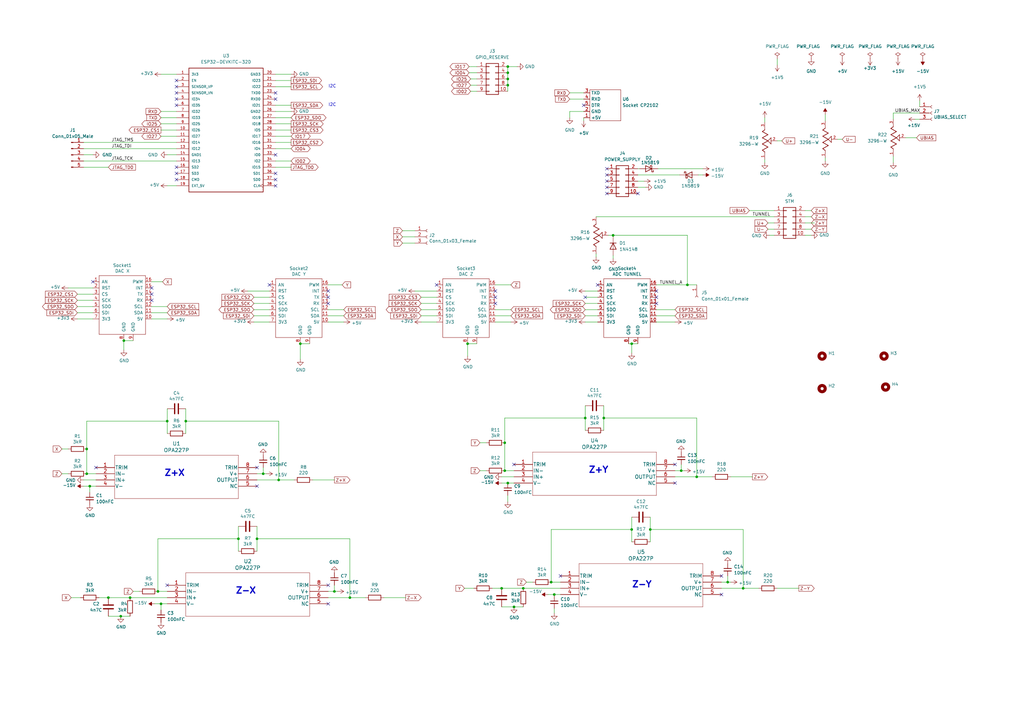
<source format=kicad_sch>
(kicad_sch (version 20231120) (generator "eeschema") (generator_version "8.0")
  (paper "A3")
  (title_block (title "RTM Adapterboard") (date "2023-01-13") (rev "2.2") (company "Universität Regensburg") (comment 1 "Peter Dirnhofer"))
  (junction (at 207.01 193.04))
  (junction (at 66.04 247.65))
  (junction (at 285.75 195.58))
  (junction (at 208.28 198.12))
  (junction (at 64.77 242.57))
  (junction (at 247.65 171.45))
  (junction (at 240.03 171.45))
  (junction (at 259.08 217.17))
  (junction (at 191.77 140.97))
  (junction (at 114.3 196.85))
  (junction (at 53.34 245.11))
  (junction (at 36.83 199.39))
  (junction (at 259.08 140.97))
  (junction (at 44.45 245.11))
  (junction (at 266.7 217.17))
  (junction (at 107.95 194.31))
  (junction (at 226.06 238.76))
  (junction (at 208.28 27.305))
  (junction (at 208.28 32.385))
  (junction (at 208.28 34.925))
  (junction (at 279.4 193.04))
  (junction (at 208.28 29.845))
  (junction (at 214.63 241.3))
  (junction (at 97.79 220.98))
  (junction (at 35.56 194.31))
  (junction (at 298.45 238.76))
  (junction (at 105.41 220.98))
  (junction (at 137.16 242.57))
  (junction (at 68.58 172.72))
  (junction (at 123.19 140.97))
  (junction (at 50.8 139.7))
  (junction (at 251.46 96.52))
  (junction (at 227.33 243.84))
  (junction (at 76.2 172.72))
  (junction (at 304.8 241.3))
  (junction (at 207.01 181.61))
  (junction (at 49.53 252.73))
  (junction (at 35.56 184.15))
  (junction (at 143.51 245.11))
  (junction (at 210.82 248.92))
  (junction (at 281.94 116.84))
  (junction (at 205.74 241.3))
  (no_connect (at 72.39 35.56))
  (no_connect (at 134.62 124.46))
  (no_connect (at 38.1 115.57))
  (no_connect (at 113.03 76.2))
  (no_connect (at 113.03 38.1))
  (no_connect (at 276.86 198.12))
  (no_connect (at 113.03 63.5))
  (no_connect (at 245.11 116.84))
  (no_connect (at 203.2 119.38))
  (no_connect (at 134.62 247.65))
  (no_connect (at 134.62 119.38))
  (no_connect (at 269.24 119.38))
  (no_connect (at 72.39 73.66))
  (no_connect (at 269.24 124.46))
  (no_connect (at 72.39 43.18))
  (no_connect (at 248.92 79.375))
  (no_connect (at 276.86 190.5))
  (no_connect (at 239.395 43.18))
  (no_connect (at 248.92 69.215))
  (no_connect (at 248.92 76.835))
  (no_connect (at 62.23 123.19))
  (no_connect (at 240.03 121.92))
  (no_connect (at 72.39 71.12))
  (no_connect (at 62.23 120.65))
  (no_connect (at 113.03 40.64))
  (no_connect (at 72.39 38.1))
  (no_connect (at 269.24 121.92))
  (no_connect (at 203.2 121.92))
  (no_connect (at 248.92 74.295))
  (no_connect (at 72.39 33.02))
  (no_connect (at 113.03 73.66))
  (no_connect (at 295.91 236.22))
  (no_connect (at 105.41 191.77))
  (no_connect (at 134.62 240.03))
  (no_connect (at 203.2 124.46))
  (no_connect (at 229.87 236.22))
  (no_connect (at 261.62 79.375))
  (no_connect (at 210.82 190.5))
  (no_connect (at 179.07 116.84))
  (no_connect (at 110.49 116.84))
  (no_connect (at 62.23 118.11))
  (no_connect (at 68.58 240.03))
  (no_connect (at 295.91 243.84))
  (no_connect (at 39.37 191.77))
  (no_connect (at 72.39 40.64))
  (no_connect (at 105.41 199.39))
  (no_connect (at 134.62 121.92))
  (no_connect (at 248.92 71.755))
  (no_connect (at 72.39 68.58))
  (no_connect (at 113.03 71.12))
  (wire (pts (xy 38.1 130.81) (xy 31.75 130.81)))
  (wire (pts (xy 66.04 53.34) (xy 72.39 53.34)))
  (wire (pts (xy 113.03 53.34) (xy 119.38 53.34)))
  (wire (pts (xy 240.03 171.45) (xy 240.03 176.53)))
  (wire (pts (xy 34.29 58.42) (xy 72.39 58.42)))
  (wire (pts (xy 57.15 242.57) (xy 54.61 242.57)))
  (wire (pts (xy 285.75 171.45) (xy 285.75 195.58)))
  (wire (pts (xy 285.75 195.58) (xy 292.1 195.58)))
  (wire (pts (xy 314.96 93.98) (xy 317.5 93.98)))
  (wire (pts (xy 54.61 139.7) (xy 50.8 139.7)))
  (wire (pts (xy 203.2 127) (xy 209.55 127)))
  (wire (pts (xy 113.03 58.42) (xy 119.38 58.42)))
  (wire (pts (xy 179.07 121.92) (xy 172.72 121.92)))
  (wire (pts (xy 199.39 181.61) (xy 196.85 181.61)))
  (wire (pts (xy 113.03 66.04) (xy 119.38 66.04)))
  (wire (pts (xy 226.06 238.76) (xy 229.87 238.76)))
  (wire (pts (xy 114.3 172.72) (xy 114.3 196.85)))
  (wire (pts (xy 36.83 199.39) (xy 36.83 201.93)))
  (wire (pts (xy 38.1 123.19) (xy 31.75 123.19)))
  (wire (pts (xy 208.28 27.305) (xy 212.09 27.305)))
  (wire (pts (xy 343.535 57.15) (xy 345.44 57.15)))
  (wire (pts (xy 269.875 69.215) (xy 288.29 69.215)))
  (wire (pts (xy 227.33 243.84) (xy 229.87 243.84)))
  (wire (pts (xy 245.11 129.54) (xy 240.03 129.54)))
  (wire (pts (xy 123.19 140.97) (xy 123.19 147.32)))
  (wire (pts (xy 233.68 45.72) (xy 239.395 45.72)))
  (wire (pts (xy 330.2 88.9) (xy 332.74 88.9)))
  (wire (pts (xy 224.79 243.84) (xy 227.33 243.84)))
  (wire (pts (xy 137.16 240.03) (xy 137.16 242.57)))
  (wire (pts (xy 218.44 238.76) (xy 215.9 238.76)))
  (wire (pts (xy 208.28 198.12) (xy 210.82 198.12)))
  (wire (pts (xy 44.45 245.11) (xy 40.64 245.11)))
  (wire (pts (xy 194.31 241.3) (xy 190.5 241.3)))
  (wire (pts (xy 157.48 245.11) (xy 166.37 245.11)))
  (wire (pts (xy 261.62 74.295) (xy 264.16 74.295)))
  (wire (pts (xy 76.2 172.72) (xy 76.2 177.8)))
  (wire (pts (xy 313.69 48.26) (xy 313.69 50.165)))
  (wire (pts (xy 27.94 118.11) (xy 38.1 118.11)))
  (wire (pts (xy 34.29 68.58) (xy 44.45 68.58)))
  (wire (pts (xy 110.49 121.92) (xy 104.14 121.92)))
  (wire (pts (xy 76.2 167.64) (xy 76.2 172.72)))
  (wire (pts (xy 269.24 132.08) (xy 276.86 132.08)))
  (wire (pts (xy 214.63 241.3) (xy 205.74 241.3)))
  (wire (pts (xy 313.69 65.405) (xy 313.69 66.675)))
  (wire (pts (xy 366.395 46.355) (xy 366.395 48.895)))
  (wire (pts (xy 338.455 46.99) (xy 338.455 49.53)))
  (wire (pts (xy 34.29 60.96) (xy 72.39 60.96)))
  (wire (pts (xy 170.18 119.38) (xy 179.07 119.38)))
  (wire (pts (xy 245.11 132.08) (xy 240.03 132.08)))
  (wire (pts (xy 276.86 195.58) (xy 285.75 195.58)))
  (wire (pts (xy 233.68 38.1) (xy 239.395 38.1)))
  (wire (pts (xy 247.65 166.37) (xy 247.65 171.45)))
  (wire (pts (xy 66.04 247.65) (xy 66.04 250.19)))
  (wire (pts (xy 39.37 196.85) (xy 34.29 196.85)))
  (wire (pts (xy 64.77 242.57) (xy 68.58 242.57)))
  (wire (pts (xy 107.95 191.77) (xy 107.95 194.31)))
  (wire (pts (xy 298.45 238.76) (xy 299.72 238.76)))
  (wire (pts (xy 113.03 33.02) (xy 119.38 33.02)))
  (wire (pts (xy 66.04 55.88) (xy 72.39 55.88)))
  (wire (pts (xy 276.86 193.04) (xy 279.4 193.04)))
  (wire (pts (xy 62.23 128.27) (xy 68.58 128.27)))
  (wire (pts (xy 35.56 194.31) (xy 39.37 194.31)))
  (wire (pts (xy 68.58 172.72) (xy 35.56 172.72)))
  (wire (pts (xy 227.33 249.555) (xy 227.33 251.46)))
  (wire (pts (xy 269.24 127) (xy 276.86 127)))
  (wire (pts (xy 205.74 198.12) (xy 208.28 198.12)))
  (wire (pts (xy 97.79 220.98) (xy 97.79 226.06)))
  (wire (pts (xy 101.6 119.38) (xy 110.49 119.38)))
  (wire (pts (xy 318.77 24.13) (xy 318.77 26.67)))
  (wire (pts (xy 193.04 37.465) (xy 195.58 37.465)))
  (wire (pts (xy 247.65 171.45) (xy 285.75 171.45)))
  (wire (pts (xy 68.58 63.5) (xy 72.39 63.5)))
  (wire (pts (xy 266.7 217.17) (xy 266.7 222.25)))
  (wire (pts (xy 330.2 91.44) (xy 334.01 91.44)))
  (wire (pts (xy 38.1 120.65) (xy 31.75 120.65)))
  (wire (pts (xy 170.18 94.615) (xy 165.1 94.615)))
  (wire (pts (xy 68.58 76.2) (xy 72.39 76.2)))
  (wire (pts (xy 33.02 245.11) (xy 29.21 245.11)))
  (wire (pts (xy 105.41 220.98) (xy 143.51 220.98)))
  (wire (pts (xy 318.77 57.785) (xy 320.675 57.785)))
  (wire (pts (xy 105.41 196.85) (xy 114.3 196.85)))
  (wire (pts (xy 295.91 241.3) (xy 304.8 241.3)))
  (wire (pts (xy 261.62 140.97) (xy 259.08 140.97)))
  (wire (pts (xy 66.04 48.26) (xy 72.39 48.26)))
  (wire (pts (xy 68.58 245.11) (xy 53.34 245.11)))
  (wire (pts (xy 97.79 215.9) (xy 97.79 220.98)))
  (wire (pts (xy 36.83 199.39) (xy 39.37 199.39)))
  (wire (pts (xy 318.77 241.3) (xy 327.66 241.3)))
  (wire (pts (xy 38.1 128.27) (xy 31.75 128.27)))
  (wire (pts (xy 105.41 194.31) (xy 107.95 194.31)))
  (wire (pts (xy 170.18 97.155) (xy 165.1 97.155)))
  (wire (pts (xy 249.555 96.52) (xy 251.46 96.52)))
  (wire (pts (xy 113.03 50.8) (xy 119.38 50.8)))
  (wire (pts (xy 251.46 96.52) (xy 281.94 96.52)))
  (wire (pts (xy 314.96 91.44) (xy 317.5 91.44)))
  (wire (pts (xy 35.56 184.15) (xy 35.56 194.31)))
  (wire (pts (xy 286.385 71.755) (xy 288.29 71.755)))
  (wire (pts (xy 330.2 96.52) (xy 332.74 96.52)))
  (wire (pts (xy 105.41 220.98) (xy 105.41 226.06)))
  (wire (pts (xy 191.77 140.97) (xy 191.77 146.05)))
  (wire (pts (xy 134.62 132.08) (xy 140.97 132.08)))
  (wire (pts (xy 104.14 127) (xy 110.49 127)))
  (wire (pts (xy 281.94 116.84) (xy 285.75 116.84)))
  (wire (pts (xy 281.94 116.84) (xy 269.24 116.84)))
  (wire (pts (xy 203.2 129.54) (xy 209.55 129.54)))
  (wire (pts (xy 134.62 116.84) (xy 140.335 116.84)))
  (wire (pts (xy 227.33 243.84) (xy 227.33 244.475)))
  (wire (pts (xy 279.4 190.5) (xy 279.4 193.04)))
  (wire (pts (xy 208.28 27.305) (xy 208.28 29.845)))
  (wire (pts (xy 208.28 32.385) (xy 208.28 34.925)))
  (wire (pts (xy 245.11 121.92) (xy 240.03 121.92)))
  (wire (pts (xy 76.2 172.72) (xy 114.3 172.72)))
  (wire (pts (xy 64.77 220.98) (xy 64.77 242.57)))
  (wire (pts (xy 251.46 104.775) (xy 251.46 106.045)))
  (wire (pts (xy 66.04 247.65) (xy 68.58 247.65)))
  (wire (pts (xy 251.46 96.52) (xy 251.46 97.155)))
  (wire (pts (xy 229.87 241.3) (xy 214.63 241.3)))
  (wire (pts (xy 53.34 245.11) (xy 44.45 245.11)))
  (wire (pts (xy 110.49 129.54) (xy 104.14 129.54)))
  (wire (pts (xy 338.455 64.77) (xy 338.455 66.04)))
  (wire (pts (xy 240.03 171.45) (xy 207.01 171.45)))
  (wire (pts (xy 259.08 212.09) (xy 259.08 217.17)))
  (wire (pts (xy 207.01 193.04) (xy 210.82 193.04)))
  (wire (pts (xy 110.49 132.08) (xy 104.14 132.08)))
  (wire (pts (xy 247.65 171.45) (xy 247.65 176.53)))
  (wire (pts (xy 304.8 217.17) (xy 304.8 241.3)))
  (wire (pts (xy 113.03 48.26) (xy 119.38 48.26)))
  (wire (pts (xy 269.24 129.54) (xy 276.86 129.54)))
  (wire (pts (xy 63.5 247.65) (xy 66.04 247.65)))
  (wire (pts (xy 210.82 195.58) (xy 205.74 195.58)))
  (wire (pts (xy 27.94 194.31) (xy 25.4 194.31)))
  (wire (pts (xy 257.81 140.97) (xy 259.08 140.97)))
  (wire (pts (xy 49.53 252.73) (xy 53.34 252.73)))
  (wire (pts (xy 330.2 86.36) (xy 332.74 86.36)))
  (wire (pts (xy 281.94 96.52) (xy 281.94 116.84)))
  (wire (pts (xy 233.68 48.26) (xy 233.68 45.72)))
  (wire (pts (xy 307.34 86.36) (xy 317.5 86.36)))
  (wire (pts (xy 192.405 27.305) (xy 195.58 27.305)))
  (wire (pts (xy 261.62 69.215) (xy 262.255 69.215)))
  (wire (pts (xy 226.06 217.17) (xy 226.06 238.76)))
  (wire (pts (xy 233.68 40.64) (xy 239.395 40.64)))
  (wire (pts (xy 261.62 76.835) (xy 264.795 76.835)))
  (wire (pts (xy 244.475 88.9) (xy 317.5 88.9)))
  (wire (pts (xy 208.28 29.845) (xy 208.28 32.385)))
  (wire (pts (xy 195.58 140.97) (xy 191.77 140.97)))
  (wire (pts (xy 97.79 220.98) (xy 64.77 220.98)))
  (wire (pts (xy 193.04 32.385) (xy 195.58 32.385)))
  (wire (pts (xy 143.51 245.11) (xy 149.86 245.11)))
  (wire (pts (xy 245.11 127) (xy 240.03 127)))
  (wire (pts (xy 259.08 217.17) (xy 259.08 222.25)))
  (wire (pts (xy 114.3 196.85) (xy 120.65 196.85)))
  (wire (pts (xy 371.475 56.515) (xy 375.92 56.515)))
  (wire (pts (xy 207.01 181.61) (xy 207.01 193.04)))
  (wire (pts (xy 107.95 194.31) (xy 109.22 194.31)))
  (wire (pts (xy 208.28 34.925) (xy 208.28 37.465)))
  (wire (pts (xy 377.19 46.355) (xy 366.395 46.355)))
  (wire (pts (xy 239.395 48.26) (xy 239.395 49.53)))
  (wire (pts (xy 113.03 55.88) (xy 119.38 55.88)))
  (wire (pts (xy 304.8 241.3) (xy 311.15 241.3)))
  (wire (pts (xy 50.8 139.7) (xy 50.8 143.51)))
  (wire (pts (xy 127 140.97) (xy 123.19 140.97)))
  (wire (pts (xy 244.475 104.14) (xy 244.475 105.41)))
  (wire (pts (xy 193.04 34.925) (xy 195.58 34.925)))
  (wire (pts (xy 66.04 30.48) (xy 72.39 30.48)))
  (wire (pts (xy 366.395 64.135) (xy 366.395 66.675)))
  (wire (pts (xy 34.29 66.04) (xy 72.39 66.04)))
  (wire (pts (xy 279.4 193.04) (xy 280.67 193.04)))
  (wire (pts (xy 134.62 129.54) (xy 140.97 129.54)))
  (wire (pts (xy 259.08 217.17) (xy 226.06 217.17)))
  (wire (pts (xy 240.03 119.38) (xy 245.11 119.38)))
  (wire (pts (xy 208.28 203.2) (xy 208.28 205.74)))
  (wire (pts (xy 245.11 124.46) (xy 240.03 124.46)))
  (wire (pts (xy 170.18 99.695) (xy 165.1 99.695)))
  (wire (pts (xy 210.82 248.92) (xy 214.63 248.92)))
  (wire (pts (xy 38.1 125.73) (xy 31.75 125.73)))
  (wire (pts (xy 134.62 242.57) (xy 137.16 242.57)))
  (wire (pts (xy 199.39 193.04) (xy 196.85 193.04)))
  (wire (pts (xy 44.45 252.73) (xy 49.53 252.73)))
  (wire (pts (xy 34.29 63.5) (xy 38.1 63.5)))
  (wire (pts (xy 377.19 41.275) (xy 377.19 43.815)))
  (wire (pts (xy 113.03 30.48) (xy 119.38 30.48)))
  (wire (pts (xy 298.45 236.22) (xy 298.45 238.76)))
  (wire (pts (xy 62.23 115.57) (xy 66.675 115.57)))
  (wire (pts (xy 205.74 248.92) (xy 210.82 248.92)))
  (wire (pts (xy 179.07 132.08) (xy 172.72 132.08)))
  (wire (pts (xy 295.91 238.76) (xy 298.45 238.76)))
  (wire (pts (xy 179.07 129.54) (xy 172.72 129.54)))
  (wire (pts (xy 134.62 245.11) (xy 143.51 245.11)))
  (wire (pts (xy 68.58 167.64) (xy 68.58 172.72)))
  (wire (pts (xy 330.2 93.98) (xy 332.74 93.98)))
  (wire (pts (xy 261.62 71.755) (xy 278.765 71.755)))
  (wire (pts (xy 192.405 29.845) (xy 195.58 29.845)))
  (wire (pts (xy 27.94 184.15) (xy 25.4 184.15)))
  (wire (pts (xy 375.285 48.895) (xy 377.19 48.895)))
  (wire (pts (xy 207.01 171.45) (xy 207.01 181.61)))
  (wire (pts (xy 203.2 132.08) (xy 209.55 132.08)))
  (wire (pts (xy 315.595 96.52) (xy 317.5 96.52)))
  (wire (pts (xy 299.72 195.58) (xy 308.61 195.58)))
  (wire (pts (xy 35.56 172.72) (xy 35.56 184.15)))
  (wire (pts (xy 259.08 140.97) (xy 259.08 144.78)))
  (wire (pts (xy 62.23 125.73) (xy 68.58 125.73)))
  (wire (pts (xy 62.23 130.81) (xy 68.58 130.81)))
  (wire (pts (xy 203.2 116.84) (xy 209.55 116.84)))
  (wire (pts (xy 179.07 124.46) (xy 172.72 124.46)))
  (wire (pts (xy 113.03 43.18) (xy 119.38 43.18)))
  (wire (pts (xy 34.29 199.39) (xy 36.83 199.39)))
  (wire (pts (xy 110.49 124.46) (xy 104.14 124.46)))
  (wire (pts (xy 240.03 166.37) (xy 240.03 171.45)))
  (wire (pts (xy 68.58 172.72) (xy 68.58 177.8)))
  (wire (pts (xy 205.74 241.3) (xy 201.93 241.3)))
  (wire (pts (xy 137.16 242.57) (xy 138.43 242.57)))
  (wire (pts (xy 113.03 60.96) (xy 119.38 60.96)))
  (wire (pts (xy 113.03 45.72) (xy 119.38 45.72)))
  (wire (pts (xy 179.07 127) (xy 172.72 127)))
  (wire (pts (xy 66.04 50.8) (xy 72.39 50.8)))
  (wire (pts (xy 113.03 68.58) (xy 119.38 68.58)))
  (wire (pts (xy 105.41 215.9) (xy 105.41 220.98)))
  (wire (pts (xy 66.04 45.72) (xy 72.39 45.72)))
  (wire (pts (xy 266.7 217.17) (xy 304.8 217.17)))
  (wire (pts (xy 266.7 212.09) (xy 266.7 217.17)))
  (wire (pts (xy 128.27 196.85) (xy 137.16 196.85)))
  (wire (pts (xy 113.03 35.56) (xy 119.38 35.56)))
  (wire (pts (xy 134.62 127) (xy 140.97 127)))
  (wire (pts (xy 143.51 220.98) (xy 143.51 245.11)))
  (text "I2C" (at 134.62 36.195 0) (effects (font (size 1.27 1.27)) (justify left bottom)))
  (text "Z-Y" (at 259.08 241.3 0) (effects (font (size 2.54 2.54) (thickness 0.508) (bold yes)) (justify left bottom)))
  (text "I2C" (at 134.62 43.815 0) (effects (font (size 1.27 1.27)) (justify left bottom)))
  (text "Z-X" (at 96.52 243.84 0) (effects (font (size 2.54 2.54) (thickness 0.508) (bold yes)) (justify left bottom)))
  (text "Z+X" (at 67.31 195.58 0) (effects (font (size 2.54 2.54) (thickness 0.508) (bold yes)) (justify left bottom)))
  (text "Z+Y\n" (at 241.3 194.31 0) (effects (font (size 2.54 2.54) (thickness 0.508) (bold yes)) (justify left bottom)))
  (label "TUNNEL" (at 308.61 88.9 0))
  (label "JTAG_TMS" (at 45.72 58.42 0))
  (label "JTAG_TDI" (at 45.72 60.96 0))
  (label "TUNNEL_A" (at 270.51 116.84 0))
  (label "JTAG_TCK" (at 45.72 66.04 0))
  (label "UBIAS_MAX" (at 367.03 46.355 0))
  (global_label "ESP32_SCK" (shape input) (at 240.03 124.46 180) (property "Intersheetrefs" "${INTERSHEET_REFS}" (effects (hide yes))))
  (global_label "Y" (shape input) (at 196.85 181.61 180) (property "Intersheetrefs" "${INTERSHEET_REFS}" (effects (hide yes))))
  (global_label "IO02" (shape bidirectional) (at 193.04 37.465 180) (property "Intersheetrefs" "${INTERSHEET_REFS}" (effects (hide yes))))
  (global_label "ESP32_SDI" (shape input) (at 104.14 129.54 180) (property "Intersheetrefs" "${INTERSHEET_REFS}" (effects (hide yes))))
  (global_label "ESP32_SDO" (shape tri_state) (at 104.14 127 180) (property "Intersheetrefs" "${INTERSHEET_REFS}" (effects (hide yes))))
  (global_label "Y" (shape input) (at 190.5 241.3 180) (property "Intersheetrefs" "${INTERSHEET_REFS}" (effects (hide yes))))
  (global_label "Z" (shape input) (at 209.55 116.84 0) (property "Intersheetrefs" "${INTERSHEET_REFS}" (effects (hide yes))))
  (global_label "TXD" (shape input) (at 233.68 40.64 180) (property "Intersheetrefs" "${INTERSHEET_REFS}" (effects (hide yes))))
  (global_label "ESP32_SCL" (shape input) (at 140.97 127 0) (property "Intersheetrefs" "${INTERSHEET_REFS}" (effects (hide yes))))
  (global_label "ESP32_SCK" (shape output) (at 119.38 50.8 0) (property "Intersheetrefs" "${INTERSHEET_REFS}" (effects (hide yes))))
  (global_label "Z-Y" (shape input) (at 332.74 93.98 0) (property "Intersheetrefs" "${INTERSHEET_REFS}" (effects (hide yes))))
  (global_label "JTAG_TD0" (shape output) (at 119.38 68.58 0) (property "Intersheetrefs" "${INTERSHEET_REFS}" (effects (hide yes))))
  (global_label "ESP32_SCK" (shape input) (at 31.75 123.19 180) (property "Intersheetrefs" "${INTERSHEET_REFS}" (effects (hide yes))))
  (global_label "UBIAS" (shape input) (at 307.34 86.36 180) (property "Intersheetrefs" "${INTERSHEET_REFS}" (effects (hide yes))))
  (global_label "ESP32_SCL" (shape input) (at 276.86 127 0) (property "Intersheetrefs" "${INTERSHEET_REFS}" (effects (hide yes))))
  (global_label "Y" (shape input) (at 165.1 99.695 180) (property "Intersheetrefs" "${INTERSHEET_REFS}" (effects (hide yes))))
  (global_label "ESP32_CS2" (shape output) (at 119.38 58.42 0) (property "Intersheetrefs" "${INTERSHEET_REFS}" (effects (hide yes))))
  (global_label "X" (shape input) (at 66.675 115.57 0) (property "Intersheetrefs" "${INTERSHEET_REFS}" (effects (hide yes))))
  (global_label "ESP32_SDA" (shape input) (at 209.55 129.54 0) (property "Intersheetrefs" "${INTERSHEET_REFS}" (effects (hide yes))))
  (global_label "ESP32_SDI" (shape input) (at 172.72 129.54 180) (property "Intersheetrefs" "${INTERSHEET_REFS}" (effects (hide yes))))
  (global_label "RXD" (shape input) (at 66.04 45.72 180) (property "Intersheetrefs" "${INTERSHEET_REFS}" (effects (hide yes))))
  (global_label "ESP32_SDO" (shape tri_state) (at 31.75 125.73 180) (property "Intersheetrefs" "${INTERSHEET_REFS}" (effects (hide yes))))
  (global_label "TXD" (shape input) (at 66.04 48.26 180) (property "Intersheetrefs" "${INTERSHEET_REFS}" (effects (hide yes))))
  (global_label "RXD" (shape input) (at 233.68 38.1 180) (property "Intersheetrefs" "${INTERSHEET_REFS}" (effects (hide yes))))
  (global_label "Z" (shape input) (at 54.61 242.57 180) (property "Intersheetrefs" "${INTERSHEET_REFS}" (effects (hide yes))))
  (global_label "ESP32_SDO" (shape bidirectional) (at 172.72 127 180) (property "Intersheetrefs" "${INTERSHEET_REFS}" (effects (hide yes))))
  (global_label "Z+Y" (shape output) (at 308.61 195.58 0) (property "Intersheetrefs" "${INTERSHEET_REFS}" (effects (hide yes))))
  (global_label "Z" (shape input) (at 215.9 238.76 180) (property "Intersheetrefs" "${INTERSHEET_REFS}" (effects (hide yes))))
  (global_label "UBIAS" (shape input) (at 375.92 56.515 0) (property "Intersheetrefs" "${INTERSHEET_REFS}" (effects (hide yes))))
  (global_label "ESP32_SCL" (shape input) (at 68.58 125.73 0) (property "Intersheetrefs" "${INTERSHEET_REFS}" (effects (hide yes))))
  (global_label "ESP32_SDI" (shape input) (at 240.03 129.54 180) (property "Intersheetrefs" "${INTERSHEET_REFS}" (effects (hide yes))))
  (global_label "ESP32_CS1" (shape output) (at 66.04 53.34 180) (property "Intersheetrefs" "${INTERSHEET_REFS}" (effects (hide yes))))
  (global_label "ESP32_SDO" (shape tri_state) (at 240.03 127 180) (property "Intersheetrefs" "${INTERSHEET_REFS}" (effects (hide yes))))
  (global_label "ESP32_CS3" (shape output) (at 119.38 53.34 0) (property "Intersheetrefs" "${INTERSHEET_REFS}" (effects (hide yes))))
  (global_label "X" (shape input) (at 165.1 97.155 180) (property "Intersheetrefs" "${INTERSHEET_REFS}" (effects (hide yes))))
  (global_label "Z" (shape input) (at 196.85 193.04 180) (property "Intersheetrefs" "${INTERSHEET_REFS}" (effects (hide yes))))
  (global_label "ESP32_SCK" (shape input) (at 104.14 124.46 180) (property "Intersheetrefs" "${INTERSHEET_REFS}" (effects (hide yes))))
  (global_label "ESP32_SDA" (shape input) (at 140.97 129.54 0) (property "Intersheetrefs" "${INTERSHEET_REFS}" (effects (hide yes))))
  (global_label "U+" (shape input) (at 314.96 91.44 180) (property "Intersheetrefs" "${INTERSHEET_REFS}" (effects (hide yes))))
  (global_label "U+" (shape input) (at 320.675 57.785 0) (property "Intersheetrefs" "${INTERSHEET_REFS}" (effects (hide yes))))
  (global_label "ESP32_CS2" (shape input) (at 104.14 121.92 180) (property "Intersheetrefs" "${INTERSHEET_REFS}" (effects (hide yes))))
  (global_label "IO25" (shape bidirectional) (at 193.04 32.385 180) (property "Intersheetrefs" "${INTERSHEET_REFS}" (effects (hide yes))))
  (global_label "Z" (shape input) (at 25.4 194.31 180) (property "Intersheetrefs" "${INTERSHEET_REFS}" (effects (hide yes))))
  (global_label "ESP32_SDI" (shape input) (at 31.75 128.27 180) (property "Intersheetrefs" "${INTERSHEET_REFS}" (effects (hide yes))))
  (global_label "Z-X" (shape input) (at 332.74 88.9 0) (property "Intersheetrefs" "${INTERSHEET_REFS}" (effects (hide yes))))
  (global_label "Z+X" (shape output) (at 137.16 196.85 0) (property "Intersheetrefs" "${INTERSHEET_REFS}" (effects (hide yes))))
  (global_label "IO27" (shape bidirectional) (at 66.04 55.88 180) (property "Intersheetrefs" "${INTERSHEET_REFS}" (effects (hide yes))))
  (global_label "Z+Y" (shape input) (at 332.74 91.44 0) (property "Intersheetrefs" "${INTERSHEET_REFS}" (effects (hide yes))))
  (global_label "Z" (shape input) (at 165.1 94.615 180) (property "Intersheetrefs" "${INTERSHEET_REFS}" (effects (hide yes))))
  (global_label "X" (shape input) (at 25.4 184.15 180) (property "Intersheetrefs" "${INTERSHEET_REFS}" (effects (hide yes))))
  (global_label "ESP32_SDO" (shape bidirectional) (at 119.38 48.26 0) (property "Intersheetrefs" "${INTERSHEET_REFS}" (effects (hide yes))))
  (global_label "ESP32_SCK" (shape input) (at 172.72 124.46 180) (property "Intersheetrefs" "${INTERSHEET_REFS}" (effects (hide yes))))
  (global_label "U-" (shape input) (at 345.44 57.15 0) (property "Intersheetrefs" "${INTERSHEET_REFS}" (effects (hide yes))))
  (global_label "IO04" (shape bidirectional) (at 192.405 29.845 180) (property "Intersheetrefs" "${INTERSHEET_REFS}" (effects (hide yes))))
  (global_label "IO25" (shape bidirectional) (at 66.04 50.8 180) (property "Intersheetrefs" "${INTERSHEET_REFS}" (effects (hide yes))))
  (global_label "IO17" (shape bidirectional) (at 192.405 27.305 180) (property "Intersheetrefs" "${INTERSHEET_REFS}" (effects (hide yes))))
  (global_label "ESP32_SDI" (shape output) (at 119.38 33.02 0) (property "Intersheetrefs" "${INTERSHEET_REFS}" (effects (hide yes))))
  (global_label "JTAG_TD0" (shape input) (at 44.45 68.58 0) (property "Intersheetrefs" "${INTERSHEET_REFS}" (effects (hide yes))))
  (global_label "ESP32_CS3" (shape input) (at 172.72 121.92 180) (property "Intersheetrefs" "${INTERSHEET_REFS}" (effects (hide yes))))
  (global_label "ESP32_SCL" (shape output) (at 119.38 35.56 0) (property "Intersheetrefs" "${INTERSHEET_REFS}" (effects (hide yes))))
  (global_label "Y" (shape input) (at 140.335 116.84 0) (property "Intersheetrefs" "${INTERSHEET_REFS}" (effects (hide yes))))
  (global_label "ESP32_SDA" (shape input) (at 68.58 128.27 0) (property "Intersheetrefs" "${INTERSHEET_REFS}" (effects (hide yes))))
  (global_label "ESP32_SCL" (shape input) (at 209.55 127 0) (property "Intersheetrefs" "${INTERSHEET_REFS}" (effects (hide yes))))
  (global_label "IO27" (shape bidirectional) (at 193.04 34.925 180) (property "Intersheetrefs" "${INTERSHEET_REFS}" (effects (hide yes))))
  (global_label "IO02" (shape bidirectional) (at 119.38 66.04 0) (property "Intersheetrefs" "${INTERSHEET_REFS}" (effects (hide yes))))
  (global_label "ESP32_CS1" (shape input) (at 31.75 120.65 180) (property "Intersheetrefs" "${INTERSHEET_REFS}" (effects (hide yes))))
  (global_label "U-" (shape input) (at 314.96 93.98 180) (property "Intersheetrefs" "${INTERSHEET_REFS}" (effects (hide yes))))
  (global_label "IO04" (shape bidirectional) (at 119.38 60.96 0) (property "Intersheetrefs" "${INTERSHEET_REFS}" (effects (hide yes))))
  (global_label "Z+X" (shape input) (at 332.74 86.36 0) (property "Intersheetrefs" "${INTERSHEET_REFS}" (effects (hide yes))))
  (global_label "Z-X" (shape output) (at 166.37 245.11 0) (property "Intersheetrefs" "${INTERSHEET_REFS}" (effects (hide yes))))
  (global_label "Z-Y" (shape output) (at 327.66 241.3 0) (property "Intersheetrefs" "${INTERSHEET_REFS}" (effects (hide yes))))
  (global_label "ESP32_SDA" (shape output) (at 119.38 43.18 0) (property "Intersheetrefs" "${INTERSHEET_REFS}" (effects (hide yes))))
  (global_label "X" (shape input) (at 29.21 245.11 180) (property "Intersheetrefs" "${INTERSHEET_REFS}" (effects (hide yes))))
  (global_label "IO17" (shape bidirectional) (at 119.38 55.88 0) (property "Intersheetrefs" "${INTERSHEET_REFS}" (effects (hide yes))))
  (global_label "ESP32_SDA" (shape input) (at 276.86 129.54 0) (property "Intersheetrefs" "${INTERSHEET_REFS}" (effects (hide yes))))
  (symbol (lib_name "Mikroe-Socket_2") (lib_id "mikroe:Mikroe-Socket") (at 50.8 118.11 0) (unit 1)
    (property "Reference" "Socket1" (at 50.165 108.839 0))
    (property "Value" "DAC X" (at 50.165 111.1504 0))
    (property "Footprint" "Mikroe:Mikroe_Socket" (effects (hide yes)))
  )
  (symbol (lib_id "power:GND") (at 50.8 143.51 0) (unit 1)
    (property "Reference" "#PWR08" (effects (hide yes)))
    (property "Value" "GND" (at 50.927 147.9042 0))
  )
  (symbol (lib_id "power:+5V") (at 68.58 130.81 270) (unit 1)
    (property "Reference" "#PWR014" (effects (hide yes)))
    (property "Value" "+5V" (at 71.8312 131.191 90) (effects (justify left)))
  )
  (symbol (lib_id "power:+3V3") (at 31.75 130.81 90) (unit 1)
    (property "Reference" "#PWR02" (effects (hide yes)))
    (property "Value" "+3V3" (at 28.4988 130.429 90) (effects (justify left)))
  )
  (symbol (lib_name "Mikroe-Socket_3") (lib_id "mikroe:Mikroe-Socket") (at 123.19 119.38 0) (unit 1)
    (property "Reference" "Socket2" (at 122.555 110.109 0))
    (property "Value" "DAC Y" (at 122.555 112.4204 0))
    (property "Footprint" "Mikroe:Mikroe_Socket" (effects (hide yes)))
  )
  (symbol (lib_id "power:GND") (at 123.19 147.32 0) (unit 1)
    (property "Reference" "#PWR021" (effects (hide yes)))
    (property "Value" "GND" (at 123.317 151.7142 0))
  )
  (symbol (lib_id "power:+5V") (at 140.97 132.08 270) (unit 1)
    (property "Reference" "#PWR024" (effects (hide yes)))
    (property "Value" "+5V" (at 144.2212 132.461 90) (effects (justify left)))
  )
  (symbol (lib_id "power:+3V3") (at 104.14 132.08 90) (unit 1)
    (property "Reference" "#PWR016" (effects (hide yes)))
    (property "Value" "+3V3" (at 100.8888 131.699 90) (effects (justify left)))
  )
  (symbol (lib_name "Mikroe-Socket_1") (lib_id "mikroe:Mikroe-Socket") (at 191.77 119.38 0) (unit 1)
    (property "Reference" "Socket3" (at 191.135 110.109 0))
    (property "Value" "DAC Z" (at 191.135 112.4204 0))
    (property "Footprint" "Mikroe:Mikroe_Socket" (effects (hide yes)))
  )
  (symbol (lib_id "power:GND") (at 191.77 146.05 0) (unit 1)
    (property "Reference" "#PWR027" (effects (hide yes)))
    (property "Value" "GND" (at 191.897 150.4442 0))
  )
  (symbol (lib_id "power:+5V") (at 209.55 132.08 270) (unit 1)
    (property "Reference" "#PWR031" (effects (hide yes)))
    (property "Value" "+5V" (at 212.8012 132.461 90) (effects (justify left)))
  )
  (symbol (lib_id "power:+3V3") (at 172.72 132.08 90) (unit 1)
    (property "Reference" "#PWR026" (effects (hide yes)))
    (property "Value" "+3V3" (at 169.4688 131.699 90) (effects (justify left)))
  )
  (symbol (lib_id "mikroe:Mikroe-Socket") (at 257.81 119.38 0) (unit 1)
    (property "Reference" "Socket4" (at 257.175 110.109 0))
    (property "Value" "ADC TUNNEL" (at 257.175 112.4204 0))
    (property "Footprint" "Mikroe:Mikroe_Socket" (effects (hide yes)))
  )
  (symbol (lib_id "power:GND") (at 259.08 144.78 0) (unit 1)
    (property "Reference" "#PWR042" (effects (hide yes)))
    (property "Value" "GND" (at 259.207 149.1742 0))
  )
  (symbol (lib_id "power:+5V") (at 276.86 132.08 270) (unit 1)
    (property "Reference" "#PWR045" (effects (hide yes)))
    (property "Value" "+5V" (at 280.1112 132.461 90) (effects (justify left)))
  )
  (symbol (lib_id "power:+3V3") (at 240.03 132.08 90) (unit 1)
    (property "Reference" "#PWR039" (effects (hide yes)))
    (property "Value" "+3V3" (at 236.7788 131.699 90) (effects (justify left)))
  )
  (symbol (lib_id "power:+3V3") (at 66.04 30.48 90) (unit 1)
    (property "Reference" "#PWR010" (effects (hide yes)))
    (property "Value" "+3V3" (at 62.7888 30.099 90) (effects (justify left)))
  )
  (symbol (lib_id "2021-02-17_21-09-42:OPA227P") (at 39.37 191.77 0) (unit 1)
    (property "Reference" "U1" (at 72.39 181.9402 0) (effects (font (size 1.524 1.524))))
    (property "Value" "OPA227P" (at 72.39 184.6326 0) (effects (font (size 1.524 1.524))))
    (property "Footprint" "Package_DIP:DIP-8_W7.62mm_LongPads" (effects (hide yes)))
  )
  (symbol (lib_id "power:+15V") (at 109.22 194.31 270) (unit 1)
    (property "Reference" "#PWR018" (effects (hide yes)))
    (property "Value" "+15V" (at 112.4712 194.691 90) (effects (justify left)))
  )
  (symbol (lib_id "power:-15V") (at 34.29 199.39 90) (unit 1)
    (property "Reference" "#PWR04" (effects (hide yes)))
    (property "Value" "-15V" (at 31.0388 199.009 90) (effects (justify left)))
  )
  (symbol (lib_id "Device:R") (at 124.46 196.85 270) (unit 1)
    (property "Reference" "R8" (at 124.46 191.5922 90))
    (property "Value" "220" (at 124.46 193.9036 90))
    (property "Footprint" "Resistor_THT:R_Axial_DIN0207_L6.3mm_D2.5mm_P10.16mm_Horizontal" (effects (hide yes)))
  )
  (symbol (lib_id "Device:R") (at 72.39 177.8 270) (unit 1)
    (property "Reference" "R6" (at 72.39 172.5422 90))
    (property "Value" "3kR" (at 72.39 174.8536 90))
    (property "Footprint" "Resistor_THT:R_Axial_DIN0207_L6.3mm_D2.5mm_P10.16mm_Horizontal" (effects (hide yes)))
  )
  (symbol (lib_id "Device:C") (at 72.39 167.64 270) (unit 1)
    (property "Reference" "C4" (at 72.39 161.2392 90))
    (property "Value" "4n7FC" (at 72.39 163.5506 90))
    (property "Footprint" "Capacitor_THT:C_Disc_D5.0mm_W2.5mm_P2.50mm" (effects (hide yes)))
  )
  (symbol (lib_id "power:GND") (at 107.95 186.69 180) (unit 1)
    (property "Reference" "#PWR017" (effects (hide yes)))
    (property "Value" "GND" (at 107.823 182.2958 0))
  )
  (symbol (lib_id "power:GND") (at 36.83 207.01 0) (unit 1)
    (property "Reference" "#PWR05" (effects (hide yes)))
    (property "Value" "GND" (at 36.957 211.4042 0))
  )
  (symbol (lib_id "Device:R") (at 31.75 194.31 270) (unit 1)
    (property "Reference" "R2" (at 31.75 189.0522 90))
    (property "Value" "3kR" (at 31.75 191.3636 90))
    (property "Footprint" "Resistor_THT:R_Axial_DIN0207_L6.3mm_D2.5mm_P10.16mm_Horizontal" (effects (hide yes)))
  )
  (symbol (lib_id "2021-02-17_21-09-42:OPA227P") (at 210.82 190.5 0) (unit 1)
    (property "Reference" "U4" (at 243.84 180.6702 0) (effects (font (size 1.524 1.524))))
    (property "Value" "OPA227P" (at 243.84 183.3626 0) (effects (font (size 1.524 1.524))))
    (property "Footprint" "Package_DIP:DIP-8_W7.62mm_LongPads" (effects (hide yes)))
  )
  (symbol (lib_id "power:+15V") (at 280.67 193.04 270) (unit 1)
    (property "Reference" "#PWR047" (effects (hide yes)))
    (property "Value" "+15V" (at 283.9212 193.421 90) (effects (justify left)))
  )
  (symbol (lib_id "power:-15V") (at 205.74 198.12 90) (unit 1)
    (property "Reference" "#PWR029" (effects (hide yes)))
    (property "Value" "-15V" (at 202.4888 197.739 90) (effects (justify left)))
  )
  (symbol (lib_id "Device:R") (at 243.84 176.53 270) (unit 1)
    (property "Reference" "R15" (at 243.84 171.2722 90))
    (property "Value" "3kR" (at 243.84 173.5836 90))
    (property "Footprint" "Resistor_THT:R_Axial_DIN0207_L6.3mm_D2.5mm_P10.16mm_Horizontal" (effects (hide yes)))
  )
  (symbol (lib_id "Device:C") (at 243.84 166.37 270) (unit 1)
    (property "Reference" "C11" (at 243.84 159.9692 90))
    (property "Value" "4n7FC" (at 243.84 162.2806 90))
    (property "Footprint" "Capacitor_THT:C_Disc_D5.0mm_W2.5mm_P2.50mm" (effects (hide yes)))
  )
  (symbol (lib_id "power:GND") (at 279.4 185.42 180) (unit 1)
    (property "Reference" "#PWR046" (effects (hide yes)))
    (property "Value" "GND" (at 279.273 181.0258 0))
  )
  (symbol (lib_id "power:GND") (at 208.28 205.74 0) (unit 1)
    (property "Reference" "#PWR030" (effects (hide yes)))
    (property "Value" "GND" (at 208.407 210.1342 0))
  )
  (symbol (lib_id "Device:R") (at 203.2 193.04 270) (unit 1)
    (property "Reference" "R12" (at 203.2 187.7822 90))
    (property "Value" "3kR" (at 203.2 190.0936 90))
    (property "Footprint" "Resistor_THT:R_Axial_DIN0207_L6.3mm_D2.5mm_P10.16mm_Horizontal" (effects (hide yes)))
  )
  (symbol (lib_id "Device:R") (at 295.91 195.58 270) (unit 1)
    (property "Reference" "R18" (at 295.91 190.3222 90))
    (property "Value" "220" (at 295.91 192.6336 90))
    (property "Footprint" "Resistor_THT:R_Axial_DIN0207_L6.3mm_D2.5mm_P10.16mm_Horizontal" (effects (hide yes)))
  )
  (symbol (lib_name "OPA227P_1") (lib_id "2021-02-17_21-09-42:OPA227P") (at 68.58 240.03 0) (unit 1)
    (property "Reference" "U2" (at 101.6 230.2002 0) (effects (font (size 1.524 1.524))))
    (property "Value" "OPA227P" (at 101.6 232.8926 0) (effects (font (size 1.524 1.524))))
    (property "Footprint" "Package_DIP:DIP-8_W7.62mm_LongPads" (effects (hide yes)))
  )
  (symbol (lib_id "power:+15V") (at 138.43 242.57 270) (unit 1)
    (property "Reference" "#PWR023" (effects (hide yes)))
    (property "Value" "+15V" (at 141.6812 242.951 90) (effects (justify left)))
  )
  (symbol (lib_id "power:-15V") (at 63.5 247.65 90) (unit 1)
    (property "Reference" "#PWR09" (effects (hide yes)))
    (property "Value" "-15V" (at 60.2488 247.269 90) (effects (justify left)))
  )
  (symbol (lib_id "Device:R") (at 101.6 226.06 270) (unit 1)
    (property "Reference" "R7" (at 101.6 220.8022 90))
    (property "Value" "3kR" (at 101.6 223.1136 90))
    (property "Footprint" "Resistor_THT:R_Axial_DIN0207_L6.3mm_D2.5mm_P10.16mm_Horizontal" (effects (hide yes)))
  )
  (symbol (lib_id "Device:C") (at 101.6 215.9 270) (unit 1)
    (property "Reference" "C5" (at 101.6 209.4992 90))
    (property "Value" "4n7FC" (at 101.6 211.8106 90))
    (property "Footprint" "Capacitor_THT:C_Disc_D5.0mm_W2.5mm_P2.50mm" (effects (hide yes)))
  )
  (symbol (lib_id "power:GND") (at 137.16 234.95 180) (unit 1)
    (property "Reference" "#PWR022" (effects (hide yes)))
    (property "Value" "GND" (at 137.033 230.5558 0))
  )
  (symbol (lib_id "power:GND") (at 66.04 255.27 0) (unit 1)
    (property "Reference" "#PWR011" (effects (hide yes)))
    (property "Value" "GND" (at 66.167 259.6642 0))
  )
  (symbol (lib_id "Device:R") (at 60.96 242.57 270) (unit 1)
    (property "Reference" "R5" (at 60.96 237.3122 90))
    (property "Value" "3kR" (at 60.96 239.6236 90))
    (property "Footprint" "Resistor_THT:R_Axial_DIN0207_L6.3mm_D2.5mm_P10.16mm_Horizontal" (effects (hide yes)))
  )
  (symbol (lib_id "Device:R") (at 153.67 245.11 270) (unit 1)
    (property "Reference" "R9" (at 153.67 239.8522 90))
    (property "Value" "220" (at 153.67 242.1636 90))
    (property "Footprint" "Resistor_THT:R_Axial_DIN0207_L6.3mm_D2.5mm_P10.16mm_Horizontal" (effects (hide yes)))
  )
  (symbol (lib_id "2021-02-17_21-09-42:OPA227P") (at 229.87 236.22 0) (unit 1)
    (property "Reference" "U5" (at 262.89 226.3902 0) (effects (font (size 1.524 1.524))))
    (property "Value" "OPA227P" (at 262.89 229.0826 0) (effects (font (size 1.524 1.524))))
    (property "Footprint" "Package_DIP:DIP-8_W7.62mm_LongPads" (effects (hide yes)))
  )
  (symbol (lib_id "power:+15V") (at 299.72 238.76 270) (unit 1)
    (property "Reference" "#PWR051" (effects (hide yes)))
    (property "Value" "+15V" (at 302.9712 239.141 90) (effects (justify left)))
  )
  (symbol (lib_id "power:-15V") (at 224.79 243.84 90) (unit 1)
    (property "Reference" "#PWR034" (effects (hide yes)))
    (property "Value" "-15V" (at 222.25 242.57 90) (effects (justify left)))
  )
  (symbol (lib_id "Device:R") (at 262.89 222.25 270) (unit 1)
    (property "Reference" "R17" (at 262.89 216.9922 90))
    (property "Value" "3kR" (at 262.89 219.3036 90))
    (property "Footprint" "Resistor_THT:R_Axial_DIN0207_L6.3mm_D2.5mm_P10.16mm_Horizontal" (effects (hide yes)))
  )
  (symbol (lib_id "Device:C") (at 262.89 212.09 270) (unit 1)
    (property "Reference" "C12" (at 262.89 205.6892 90))
    (property "Value" "4n7FC" (at 262.89 208.0006 90))
    (property "Footprint" "Capacitor_THT:C_Disc_D5.0mm_W2.5mm_P2.50mm" (effects (hide yes)))
  )
  (symbol (lib_id "power:GND") (at 298.45 231.14 180) (unit 1)
    (property "Reference" "#PWR050" (effects (hide yes)))
    (property "Value" "GND" (at 298.323 226.7458 0))
  )
  (symbol (lib_id "power:GND") (at 227.33 251.46 0) (unit 1)
    (property "Reference" "#PWR035" (effects (hide yes)))
    (property "Value" "GND" (at 227.457 255.8542 0))
  )
  (symbol (lib_id "Device:R") (at 222.25 238.76 270) (unit 1)
    (property "Reference" "R14" (at 222.25 233.5022 90))
    (property "Value" "3kR" (at 222.25 235.8136 90))
    (property "Footprint" "Resistor_THT:R_Axial_DIN0207_L6.3mm_D2.5mm_P10.16mm_Horizontal" (effects (hide yes)))
  )
  (symbol (lib_id "Device:R") (at 314.96 241.3 270) (unit 1)
    (property "Reference" "R20" (at 314.96 236.0422 90))
    (property "Value" "220" (at 314.96 238.3536 90))
    (property "Footprint" "Resistor_THT:R_Axial_DIN0207_L6.3mm_D2.5mm_P10.16mm_Horizontal" (effects (hide yes)))
  )
  (symbol (lib_id "Device:R") (at 31.75 184.15 270) (unit 1)
    (property "Reference" "R1" (at 31.75 178.8922 90))
    (property "Value" "3kR" (at 31.75 181.2036 90))
    (property "Footprint" "Resistor_THT:R_Axial_DIN0207_L6.3mm_D2.5mm_P10.16mm_Horizontal" (effects (hide yes)))
  )
  (symbol (lib_id "power:GND") (at 34.29 196.85 270) (unit 1)
    (property "Reference" "#PWR03" (effects (hide yes)))
    (property "Value" "GND" (at 31.0388 196.977 90) (effects (justify right)))
  )
  (symbol (lib_id "power:GND") (at 205.74 195.58 270) (unit 1)
    (property "Reference" "#PWR028" (effects (hide yes)))
    (property "Value" "GND" (at 202.4888 195.707 90) (effects (justify right)))
  )
  (symbol (lib_id "Device:R") (at 203.2 181.61 270) (unit 1)
    (property "Reference" "R11" (at 203.2 176.3522 90))
    (property "Value" "3kR" (at 203.2 178.6636 90))
    (property "Footprint" "Resistor_THT:R_Axial_DIN0207_L6.3mm_D2.5mm_P10.16mm_Horizontal" (effects (hide yes)))
  )
  (symbol (lib_id "Device:R") (at 214.63 245.11 0) (unit 1)
    (property "Reference" "R13" (at 209.55 243.84 0) (effects (justify left)))
    (property "Value" "3kR" (at 209.55 246.38 0) (effects (justify left)))
    (property "Footprint" "Resistor_THT:R_Axial_DIN0207_L6.3mm_D2.5mm_P10.16mm_Horizontal" (effects (hide yes)))
  )
  (symbol (lib_id "Device:C") (at 205.74 245.11 0) (unit 1)
    (property "Reference" "C8" (at 199.39 245.11 0) (effects (justify left)))
    (property "Value" "4n7C" (at 198.12 247.65 0) (effects (justify left)))
    (property "Footprint" "Capacitor_THT:C_Disc_D5.0mm_W2.5mm_P2.50mm" (effects (hide yes)))
  )
  (symbol (lib_id "Device:R") (at 198.12 241.3 270) (unit 1)
    (property "Reference" "R10" (at 198.12 236.0422 90))
    (property "Value" "3kR" (at 198.12 238.3536 90))
    (property "Footprint" "Resistor_THT:R_Axial_DIN0207_L6.3mm_D2.5mm_P10.16mm_Horizontal" (effects (hide yes)))
  )
  (symbol (lib_id "power:GND") (at 210.82 248.92 0) (unit 1)
    (property "Reference" "#PWR032" (effects (hide yes)))
    (property "Value" "GND" (at 210.947 253.3142 0))
  )
  (symbol (lib_id "Device:R") (at 53.34 248.92 0) (unit 1)
    (property "Reference" "R4" (at 49.53 247.65 0) (effects (justify left)))
    (property "Value" "3kR" (at 48.26 250.19 0) (effects (justify left)))
    (property "Footprint" "Resistor_THT:R_Axial_DIN0207_L6.3mm_D2.5mm_P10.16mm_Horizontal" (effects (hide yes)))
  )
  (symbol (lib_id "Device:C") (at 44.45 248.92 0) (unit 1)
    (property "Reference" "C2" (at 38.1 247.65 0) (effects (justify left)))
    (property "Value" "4n7C" (at 36.83 250.19 0) (effects (justify left)))
    (property "Footprint" "Capacitor_THT:C_Disc_D5.0mm_W2.5mm_P2.50mm" (effects (hide yes)))
  )
  (symbol (lib_id "Device:R") (at 36.83 245.11 270) (unit 1)
    (property "Reference" "R3" (at 36.83 239.8522 90))
    (property "Value" "3kR" (at 36.83 242.1636 90))
    (property "Footprint" "Resistor_THT:R_Axial_DIN0207_L6.3mm_D2.5mm_P10.16mm_Horizontal" (effects (hide yes)))
  )
  (symbol (lib_id "power:GND") (at 49.53 252.73 0) (unit 1)
    (property "Reference" "#PWR07" (effects (hide yes)))
    (property "Value" "GND" (at 49.657 257.1242 0))
  )
  (symbol (lib_id "Connector:Conn_01x03_Female") (at 175.26 97.155 0) (unit 1)
    (property "Reference" "J2" (at 175.9712 96.4946 0) (effects (justify left)))
    (property "Value" "Conn_01x03_Female" (at 175.9712 98.806 0) (effects (justify left)))
    (property "Footprint" "Connector_PinSocket_2.54mm:PinSocket_1x03_P2.54mm_Vertical" (effects (hide yes)))
  )
  (symbol (lib_id "Mechanical:MountingHole") (at 337.185 146.05 0) (unit 1)
    (property "Reference" "H1" (at 339.725 144.8816 0) (effects (justify left)))
    (property "Footprint" "MountingHole:MountingHole_3.2mm_M3" (effects (hide yes)))
  )
  (symbol (lib_id "Mechanical:MountingHole") (at 362.585 146.05 0) (unit 1)
    (property "Reference" "H3" (at 365.125 144.8816 0) (effects (justify left)))
    (property "Footprint" "MountingHole:MountingHole_3.2mm_M3" (effects (hide yes)))
  )
  (symbol (lib_id "Mechanical:MountingHole") (at 337.185 159.385 0) (unit 1)
    (property "Reference" "H2" (at 339.725 158.2166 0) (effects (justify left)))
    (property "Footprint" "MountingHole:MountingHole_3.2mm_M3" (effects (hide yes)))
  )
  (symbol (lib_id "Diode:1N4148") (at 251.46 100.965 270) (unit 1)
    (property "Reference" "D1" (at 254 99.6949 90) (effects (justify left)))
    (property "Value" "1N4148" (at 254 102.2349 90) (effects (justify left)))
    (property "Footprint" "Diode_THT:D_DO-35_SOD27_P7.62mm_Horizontal" (effects (hide yes)))
    (property "Datasheet" "https://assets.nexperia.com/documents/data-sheet/1N4148_1N4448.pdf" (effects (hide yes)))
  )
  (symbol (lib_id "power:+1V5") (at 264.16 74.295 270) (unit 1)
    (property "Reference" "#PWR043" (effects (hide yes)))
    (property "Value" "+1V5" (at 267.97 74.2949 90) (effects (justify left)))
  )
  (symbol (lib_name "Conn_02x05_Odd_Even_1") (lib_id "Connector_Generic:Conn_02x05_Odd_Even") (at 322.58 91.44 0) (unit 1)
    (property "Reference" "J6" (at 323.85 80.01 0))
    (property "Value" "STM" (at 323.85 82.55 0))
    (property "Footprint" "Connector_PinHeader_2.54mm:PinHeader_2x05_P2.54mm_Vertical" (effects (hide yes)))
  )
  (symbol (lib_id "power:GND") (at 244.475 105.41 0) (unit 1)
    (property "Reference" "#PWR040" (effects (hide yes)))
    (property "Value" "GND" (at 244.602 109.8042 0))
  )
  (symbol (lib_id "Device:C_Small") (at 298.45 233.68 0) (unit 1)
    (property "Reference" "C14" (at 300.99 232.4162 0) (effects (justify left)))
    (property "Value" "100nFC" (at 300.99 234.9562 0) (effects (justify left)))
    (property "Footprint" "Capacitor_THT:C_Disc_D5.0mm_W2.5mm_P2.50mm" (effects (hide yes)))
  )
  (symbol (lib_id "power:GND") (at 212.09 27.305 90) (unit 1)
    (property "Reference" "#PWR033" (effects (hide yes)))
    (property "Value" "GND" (at 215.265 27.3049 90) (effects (justify right)))
  )
  (symbol (lib_id "power:+15V") (at 375.285 48.895 90) (unit 1)
    (property "Reference" "#PWR064" (effects (hide yes)))
    (property "Value" "+15V" (at 372.11 51.435 90) (effects (justify right)))
  )
  (symbol (lib_id "3296-W:3296-W") (at 338.455 57.15 90) (unit 1)
    (property "Reference" "R21" (at 335.915 55.8799 90) (effects (justify left)))
    (property "Value" "3296-W" (at 335.915 58.4199 90) (effects (justify left)))
    (property "Footprint" "Potentiometer_THT:Potentiometer_Bourns_3296W_Vertical" (effects (hide yes)))
    (property "STANDARD" "IPC-7351B" (effects (hide yes)))
    (property "MAXIMUM_PACKAGE_HEIGHT" "11.55mm" (effects (hide yes)))
    (property "PARTREV" "08/19" (effects (hide yes)))
    (property "MANUFACTURER" "Bourns" (effects (hide yes)))
  )
  (symbol (lib_id "power:PWR_FLAG") (at 356.87 24.13 0) (unit 1)
    (property "Reference" "#FLG04" (effects (hide yes)))
    (property "Value" "PWR_FLAG" (at 356.87 19.05 0))
  )
  (symbol (lib_id "Device:C_Small") (at 66.04 252.73 0) (unit 1)
    (property "Reference" "C3" (at 68.58 251.4662 0) (effects (justify left)))
    (property "Value" "100nFC" (at 68.58 254.0062 0) (effects (justify left)))
    (property "Footprint" "Capacitor_THT:C_Disc_D5.0mm_W2.5mm_P2.50mm" (effects (hide yes)))
  )
  (symbol (lib_id "power:+5V") (at 68.58 76.2 90) (unit 1)
    (property "Reference" "#PWR013" (effects (hide yes)))
    (property "Value" "+5V" (at 65.3288 75.819 90) (effects (justify left)))
  )
  (symbol (lib_id "power:+5V") (at 239.395 49.53 180) (unit 1)
    (property "Reference" "#PWR037" (effects (hide yes)))
    (property "Value" "+5V" (at 239.395 54.61 0))
  )
  (symbol (lib_id "Connector:Conn_01x01_Female") (at 285.75 121.92 270) (unit 1)
    (property "Reference" "J5" (at 287.655 120.0149 90) (effects (justify left)))
    (property "Value" "Conn_01x01_Female" (at 287.655 122.5549 90) (effects (justify left)))
    (property "Footprint" "Connector_PinHeader_2.54mm:PinHeader_1x01_P2.54mm_Vertical" (effects (hide yes)))
  )
  (symbol (lib_id "power:PWR_FLAG") (at 332.74 24.13 0) (unit 1)
    (property "Reference" "#FLG02" (effects (hide yes)))
    (property "Value" "PWR_FLAG" (at 331.47 19.05 0))
  )
  (symbol (lib_id "power:+15V") (at 288.29 69.215 270) (unit 1)
    (property "Reference" "#PWR048" (effects (hide yes)))
    (property "Value" "+15V" (at 291.5412 69.596 90) (effects (justify left)))
  )
  (symbol (lib_id "3296-W:3296-W") (at 313.69 57.785 90) (unit 1)
    (property "Reference" "R19" (at 311.15 56.5149 90) (effects (justify left)))
    (property "Value" "3296-W" (at 311.15 59.0549 90) (effects (justify left)))
    (property "Footprint" "Potentiometer_THT:Potentiometer_Bourns_3296W_Vertical" (effects (hide yes)))
    (property "STANDARD" "IPC-7351B" (effects (hide yes)))
    (property "MAXIMUM_PACKAGE_HEIGHT" "11.55mm" (effects (hide yes)))
    (property "PARTREV" "08/19" (effects (hide yes)))
    (property "MANUFACTURER" "Bourns" (effects (hide yes)))
  )
  (symbol (lib_id "power:GND") (at 251.46 106.045 0) (unit 1)
    (property "Reference" "#PWR041" (effects (hide yes)))
    (property "Value" "GND" (at 251.587 110.4392 0))
  )
  (symbol (lib_id "power:+15V") (at 313.69 48.26 0) (unit 1)
    (property "Reference" "#PWR052" (effects (hide yes)))
    (property "Value" "+15V" (at 313.69 42.545 0))
  )
  (symbol (lib_id "Device:C_Small") (at 137.16 237.49 0) (unit 1)
    (property "Reference" "C7" (at 139.7 236.2262 0) (effects (justify left)))
    (property "Value" "100nFC" (at 139.7 238.7662 0) (effects (justify left)))
    (property "Footprint" "Capacitor_THT:C_Disc_D5.0mm_W2.5mm_P2.50mm" (effects (hide yes)))
  )
  (symbol (lib_id "power:+5V") (at 345.44 24.13 180) (unit 1)
    (property "Reference" "#PWR060" (effects (hide yes)))
    (property "Value" "+5V" (at 345.44 29.21 0))
  )
  (symbol (lib_id "power:GND") (at 68.58 63.5 270) (unit 1)
    (property "Reference" "#PWR012" (effects (hide yes)))
    (property "Value" "GND" (at 64.77 63.4999 90) (effects (justify right)))
  )
  (symbol (lib_id "power:+1V5") (at 377.19 41.275 0) (unit 1)
    (property "Reference" "#PWR065" (effects (hide yes)))
    (property "Value" "+1V5" (at 377.19 35.56 0))
  )
  (symbol (lib_id "Mechanical:MountingHole") (at 363.22 158.75 0) (unit 1)
    (property "Reference" "H4" (at 365.76 157.5816 0) (effects (justify left)))
    (property "Footprint" "MountingHole:MountingHole_3.2mm_M3" (effects (hide yes)))
  )
  (symbol (lib_id "Diode:1N5819") (at 266.065 69.215 180) (unit 1)
    (property "Reference" "D2" (at 266.065 64.77 0))
    (property "Value" "1N5819" (at 266.7 66.675 0))
    (property "Footprint" "Diode_THT:D_DO-41_SOD81_P10.16mm_Horizontal" (effects (hide yes)))
    (property "Datasheet" "http://www.vishay.com/docs/88525/1n5817.pdf" (effects (hide yes)))
  )
  (symbol (lib_id "power:GND") (at 332.74 96.52 90) (unit 1)
    (property "Reference" "#PWR057" (effects (hide yes)))
    (property "Value" "GND" (at 335.9912 96.393 90) (effects (justify right)))
  )
  (symbol (lib_id "3296-W:3296-W") (at 366.395 56.515 90) (unit 1)
    (property "Reference" "R22" (at 363.855 55.2449 90) (effects (justify left)))
    (property "Value" "3296-W" (at 363.855 57.7849 90) (effects (justify left)))
    (property "Footprint" "Potentiometer_THT:Potentiometer_Bourns_3296W_Vertical" (effects (hide yes)))
    (property "STANDARD" "IPC-7351B" (effects (hide yes)))
    (property "MAXIMUM_PACKAGE_HEIGHT" "11.55mm" (effects (hide yes)))
    (property "PARTREV" "08/19" (effects (hide yes)))
    (property "MANUFACTURER" "Bourns" (effects (hide yes)))
  )
  (symbol (lib_id "power:-15V") (at 288.29 71.755 270) (unit 1)
    (property "Reference" "#PWR049" (effects (hide yes)))
    (property "Value" "-15V" (at 291.5412 72.136 90) (effects (justify left)))
  )
  (symbol (lib_id "power:+3V3") (at 356.87 24.13 180) (unit 1)
    (property "Reference" "#PWR061" (effects (hide yes)))
    (property "Value" "+3V3" (at 359.41 27.94 0) (effects (justify left)))
  )
  (symbol (lib_id "power:+5V") (at 170.18 119.38 90) (unit 1)
    (property "Reference" "#PWR025" (effects (hide yes)))
    (property "Value" "+5V" (at 166.9288 118.999 90) (effects (justify left)))
  )
  (symbol (lib_id "Device:C_Small") (at 208.28 200.66 0) (unit 1)
    (property "Reference" "C9" (at 210.82 199.3962 0) (effects (justify left)))
    (property "Value" "100nFC" (at 210.82 201.9362 0) (effects (justify left)))
    (property "Footprint" "Capacitor_THT:C_Disc_D5.0mm_W2.5mm_P2.50mm" (effects (hide yes)))
  )
  (symbol (lib_id "power:-15V") (at 338.455 46.99 0) (unit 1)
    (property "Reference" "#PWR058" (effects (hide yes)))
    (property "Value" "-15V" (at 338.455 41.91 0))
  )
  (symbol (lib_name "Conn_02x05_Odd_Even_2") (lib_id "Connector_Generic:Conn_02x05_Odd_Even") (at 254 74.295 0) (unit 1)
    (property "Reference" "J4" (at 255.27 62.865 0))
    (property "Value" "POWER_SUPPLY" (at 255.27 65.405 0))
    (property "Footprint" "Connector_PinHeader_2.54mm:PinHeader_2x05_P2.54mm_Vertical" (effects (hide yes)))
  )
  (symbol (lib_id "power:+5V") (at 101.6 119.38 90) (unit 1)
    (property "Reference" "#PWR015" (effects (hide yes)))
    (property "Value" "+5V" (at 98.3488 118.999 90) (effects (justify left)))
  )
  (symbol (lib_id "Diode:1N5819") (at 282.575 71.755 0) (unit 1)
    (property "Reference" "D3" (at 283.21 74.295 0))
    (property "Value" "1N5819" (at 283.21 76.2 0))
    (property "Footprint" "Diode_THT:D_DO-41_SOD81_P10.16mm_Horizontal" (effects (hide yes)))
    (property "Datasheet" "http://www.vishay.com/docs/88525/1n5817.pdf" (effects (hide yes)))
  )
  (symbol (lib_id "Connector:Conn_01x05_Male") (at 29.21 63.5 0) (unit 1)
    (property "Reference" "J1" (at 29.845 53.34 0))
    (property "Value" "Conn_01x05_Male" (at 29.845 55.88 0))
    (property "Footprint" "Connector_PinHeader_2.54mm:PinHeader_1x05_P2.54mm_Vertical" (effects (hide yes)))
  )
  (symbol (lib_id "power:GND") (at 38.1 63.5 90) (unit 1)
    (property "Reference" "#PWR06" (effects (hide yes)))
    (property "Value" "GND" (at 41.91 63.4999 90) (effects (justify right)))
  )
  (symbol (lib_id "power:PWR_FLAG") (at 345.44 24.13 0) (unit 1)
    (property "Reference" "#FLG03" (effects (hide yes)))
    (property "Value" "PWR_FLAG" (at 345.44 19.05 0))
  )
  (symbol (lib_id "stm500:Socket CP2102") (at 248.285 40.64 0) (unit 1)
    (property "Reference" "U6" (at 255.27 40.6399 0) (effects (justify left)))
    (property "Value" "Socket CP2102" (at 255.27 43.1799 0) (effects (justify left)))
    (property "Footprint" "STMlibrary:CP2102_USB" (effects (hide yes)))
  )
  (symbol (lib_id "Device:C_Small") (at 227.33 247.015 0) (unit 1)
    (property "Reference" "C10" (at 229.87 245.7512 0) (effects (justify left)))
    (property "Value" "100nFC" (at 229.87 248.2912 0) (effects (justify left)))
    (property "Footprint" "Capacitor_THT:C_Disc_D5.0mm_W2.5mm_P2.50mm" (effects (hide yes)))
  )
  (symbol (lib_id "power:GND") (at 313.69 66.675 0) (unit 1)
    (property "Reference" "#PWR053" (effects (hide yes)))
    (property "Value" "GND" (at 313.69 71.12 0))
  )
  (symbol (lib_id "Device:C_Small") (at 36.83 204.47 0) (unit 1)
    (property "Reference" "C1" (at 39.37 203.2062 0) (effects (justify left)))
    (property "Value" "100nFC" (at 39.37 205.7462 0) (effects (justify left)))
    (property "Footprint" "Capacitor_THT:C_Disc_D5.0mm_W2.5mm_P2.50mm" (effects (hide yes)))
  )
  (symbol (lib_id "power:PWR_FLAG") (at 368.3 24.13 0) (unit 1)
    (property "Reference" "#FLG05" (effects (hide yes)))
    (property "Value" "PWR_FLAG" (at 368.3 19.05 0))
  )
  (symbol (lib_id "power:GND") (at 332.74 24.13 0) (unit 1)
    (property "Reference" "#PWR056" (effects (hide yes)))
    (property "Value" "GND" (at 332.74 29.21 0))
  )
  (symbol (lib_id "power:-15V") (at 378.46 24.13 180) (unit 1)
    (property "Reference" "#PWR066" (effects (hide yes)))
    (property "Value" "-15V" (at 378.46 29.21 0))
  )
  (symbol (lib_id "3296-W:3296-W") (at 244.475 96.52 90) (unit 1)
    (property "Reference" "R16" (at 241.935 95.2499 90) (effects (justify left)))
    (property "Value" "3296-W" (at 241.935 97.7899 90) (effects (justify left)))
    (property "Footprint" "Potentiometer_THT:Potentiometer_Bourns_3296W_Vertical" (effects (hide yes)))
    (property "STANDARD" "IPC-7351B" (effects (hide yes)))
    (property "MAXIMUM_PACKAGE_HEIGHT" "11.55mm" (effects (hide yes)))
    (property "PARTREV" "08/19" (effects (hide yes)))
    (property "MANUFACTURER" "Bourns" (effects (hide yes)))
  )
  (symbol (lib_id "power:+1V5") (at 318.77 26.67 180) (unit 1)
    (property "Reference" "#PWR055" (effects (hide yes)))
    (property "Value" "+1V5" (at 318.77 31.75 0))
  )
  (symbol (lib_id "power:+5V") (at 27.94 118.11 90) (unit 1)
    (property "Reference" "#PWR01" (effects (hide yes)))
    (property "Value" "+5V" (at 24.6888 117.729 90) (effects (justify left)))
  )
  (symbol (lib_id "power:PWR_FLAG") (at 378.46 24.13 0) (unit 1)
    (property "Reference" "#FLG06" (effects (hide yes)))
    (property "Value" "PWR_FLAG" (at 378.46 19.05 0))
  )
  (symbol (lib_id "Device:C_Small") (at 279.4 187.96 0) (unit 1)
    (property "Reference" "C13" (at 281.94 186.6962 0) (effects (justify left)))
    (property "Value" "100nFC" (at 281.94 189.2362 0) (effects (justify left)))
    (property "Footprint" "Capacitor_THT:C_Disc_D5.0mm_W2.5mm_P2.50mm" (effects (hide yes)))
  )
  (symbol (lib_id "Device:C_Small") (at 107.95 189.23 0) (unit 1)
    (property "Reference" "C6" (at 110.49 187.9662 0) (effects (justify left)))
    (property "Value" "100nFC" (at 110.49 190.5062 0) (effects (justify left)))
    (property "Footprint" "Capacitor_THT:C_Disc_D5.0mm_W2.5mm_P2.50mm" (effects (hide yes)))
  )
  (symbol (lib_id "power:GND") (at 366.395 66.675 0) (unit 1)
    (property "Reference" "#PWR062" (effects (hide yes)))
    (property "Value" "GND" (at 366.395 71.755 0))
  )
  (symbol (lib_id "ESP32-DEVKITC-32D:ESP32-DEVKITC-32D") (at 92.71 53.34 0) (unit 1)
    (property "Reference" "U3" (at 92.71 22.86 0))
    (property "Value" "ESP32-DEVKITC-32D" (at 92.71 25.4 0))
    (property "Footprint" "ESP32-DEVKITC-32D:MODULE_ESP32-DEVKITC-32D" (effects (hide yes)))
    (property "MANUFACTURER" "Espressif Systems" (effects (hide yes)))
    (property "PARTREV" "4" (effects (hide yes)))
  )
  (symbol (lib_id "power:GND") (at 315.595 96.52 270) (unit 1)
    (property "Reference" "#PWR054" (effects (hide yes)))
    (property "Value" "GND" (at 312.3438 96.647 90) (effects (justify right)))
  )
  (symbol (lib_id "power:GND") (at 264.795 76.835 90) (unit 1)
    (property "Reference" "#PWR044" (effects (hide yes)))
    (property "Value" "GND" (at 268.0462 76.708 90) (effects (justify right)))
  )
  (symbol (lib_id "power:PWR_FLAG") (at 318.77 24.13 0) (unit 1)
    (property "Reference" "#FLG01" (effects (hide yes)))
    (property "Value" "PWR_FLAG" (at 318.77 19.05 0))
  )
  (symbol (lib_id "power:GND") (at 119.38 45.72 90) (unit 1)
    (property "Reference" "#PWR020" (effects (hide yes)))
    (property "Value" "GND" (at 122.6312 45.593 90) (effects (justify right)))
  )
  (symbol (lib_id "power:GND") (at 233.68 48.26 0) (unit 1)
    (property "Reference" "#PWR036" (effects (hide yes)))
    (property "Value" "GND" (at 233.68 53.34 0))
  )
  (symbol (lib_id "power:+15V") (at 368.3 24.13 180) (unit 1)
    (property "Reference" "#PWR063" (effects (hide yes)))
    (property "Value" "+15V" (at 368.3 29.21 0))
  )
  (symbol (lib_id "power:GND") (at 338.455 66.04 0) (unit 1)
    (property "Reference" "#PWR059" (effects (hide yes)))
    (property "Value" "GND" (at 338.455 71.12 0))
  )
  (symbol (lib_id "power:GND") (at 119.38 30.48 90) (unit 1)
    (property "Reference" "#PWR019" (effects (hide yes)))
    (property "Value" "GND" (at 122.6312 30.353 90) (effects (justify right)))
  )
  (symbol (lib_id "Connector_Generic:Conn_02x05_Odd_Even") (at 200.66 32.385 0) (unit 1)
    (property "Reference" "J3" (at 201.93 20.955 0))
    (property "Value" "GPIO_RESERVE" (at 201.93 23.495 0))
    (property "Footprint" "Connector_PinHeader_2.54mm:PinHeader_2x05_P2.54mm_Vertical" (effects (hide yes)))
  )
  (symbol (lib_id "Connector:Conn_01x03_Female") (at 382.27 46.355 0) (unit 1)
    (property "Reference" "J7" (at 382.9812 45.6946 0) (effects (justify left)))
    (property "Value" "UBIAS_SELECT" (at 382.9812 48.006 0) (effects (justify left)))
    (property "Footprint" "Connector_PinHeader_2.54mm:PinHeader_1x03_P2.54mm_Vertical" (effects (hide yes)))
  )
  (symbol (lib_id "power:+5V") (at 240.03 119.38 90) (unit 1)
    (property "Reference" "#PWR038" (effects (hide yes)))
    (property "Value" "+5V" (at 236.7788 118.999 90) (effects (justify left)))
  )
)
</source>
